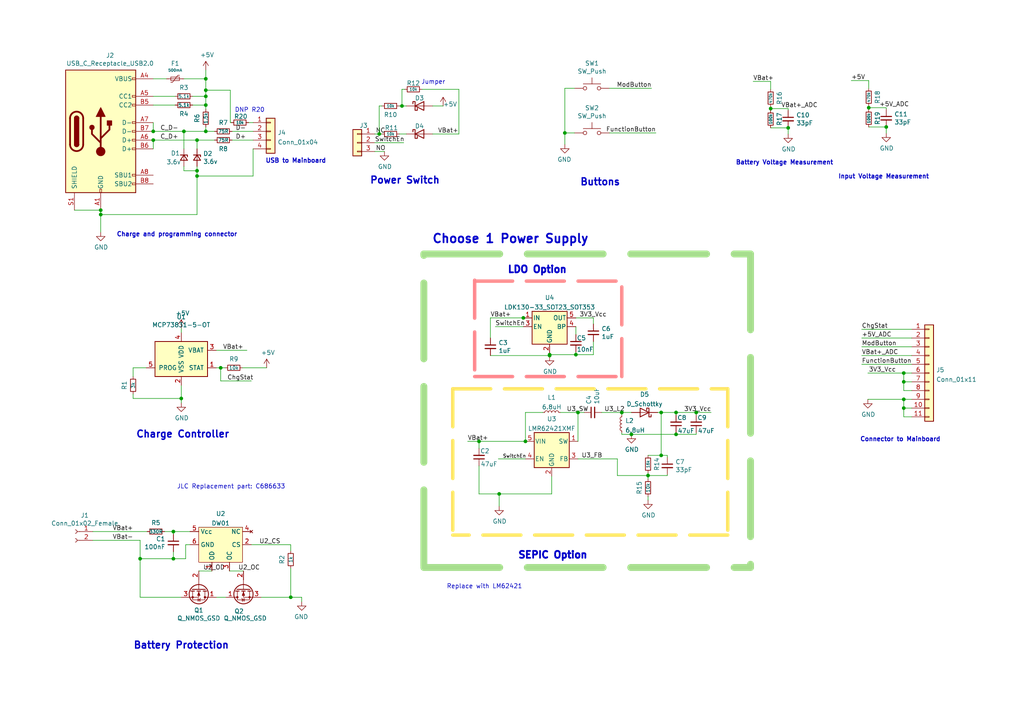
<source format=kicad_sch>
(kicad_sch (version 20210621) (generator eeschema)
  (paper "A4")
  (lib_symbols
    (symbol "Battery_Management:MCP73831-5-OT" (pin_names (offset 1.016))
      (property "Reference" "U" (at -7.62 6.35 0))
      (property "Value" "Battery_Management_MCP73831-5-OT" (at 1.27 6.35 0))
      (symbol "MCP73831-5-OT_0_1"
        (rectangle (start -7.62 5.08) (end 7.62 -5.08) (stroke (width 0.254)) (fill (type background)))
      )
      (symbol "MCP73831-5-OT_1_1"
        (pin output line (at 10.16 -2.54 180) (length 2.54) (name "STAT") (number "1"))
        (pin power_in line (at 0 -7.62 90) (length 2.54) (name "VSS") (number "2"))
        (pin power_out line (at 10.16 2.54 180) (length 2.54) (name "VBAT") (number "3"))
        (pin power_in line (at 0 7.62 270) (length 2.54) (name "VDD") (number "4"))
        (pin input line (at -10.16 -2.54 0) (length 2.54) (name "PROG") (number "5"))
      )
    )
    (symbol "Connector:Conn_01x02_Female" (pin_names (offset 1.016) hide)
      (property "Reference" "J" (at 0 2.54 0))
      (property "Value" "Connector_Conn_01x02_Female" (at 0 -5.08 0))
      (symbol "Conn_01x02_Female_1_1"
        (arc (start 0 -2.032) (mid -0.508 -2.54) (end 0 -3.048) (stroke (width 0.1524)))
        (polyline (pts (xy -1.27 -2.54) (xy -0.508 -2.54)) (stroke (width 0.1524)))
        (polyline (pts (xy -1.27 0) (xy -0.508 0)) (stroke (width 0.1524)))
        (arc (start 0 0.508) (mid -0.508 0) (end 0 -0.508) (stroke (width 0.1524)))
        (pin passive line (at -5.08 0 0) (length 3.81) (name "Pin_1") (number "1"))
        (pin passive line (at -5.08 -2.54 0) (length 3.81) (name "Pin_2") (number "2"))
      )
    )
    (symbol "Connector:USB_C_Receptacle_USB2.0" (pin_names (offset 1.016))
      (property "Reference" "J" (at -10.16 19.05 0))
      (property "Value" "Connector_USB_C_Receptacle_USB2.0" (at 19.05 19.05 0))
      (symbol "USB_C_Receptacle_USB2.0_0_0"
        (rectangle (start -0.254 -17.78) (end 0.254 -16.764))
        (rectangle (start 10.16 -14.986) (end 9.144 -15.494))
        (rectangle (start 10.16 -12.446) (end 9.144 -12.954))
        (rectangle (start 10.16 -4.826) (end 9.144 -5.334))
        (rectangle (start 10.16 -2.286) (end 9.144 -2.794))
        (rectangle (start 10.16 0.254) (end 9.144 -0.254))
        (rectangle (start 10.16 2.794) (end 9.144 2.286))
        (rectangle (start 10.16 7.874) (end 9.144 7.366))
        (rectangle (start 10.16 10.414) (end 9.144 9.906))
        (rectangle (start 10.16 15.494) (end 9.144 14.986))
      )
      (symbol "USB_C_Receptacle_USB2.0_0_1"
        (rectangle (start -10.16 17.78) (end 10.16 -17.78) (stroke (width 0.254)) (fill (type background)))
        (arc (start -8.89 -3.81) (mid -6.985 -5.715) (end -5.08 -3.81) (stroke (width 0.508)))
        (arc (start -7.62 -3.81) (mid -6.985 -4.445) (end -6.35 -3.81) (stroke (width 0.254)))
        (arc (start -7.62 -3.81) (mid -6.985 -4.445) (end -6.35 -3.81) (stroke (width 0.254)) (fill (type outline)))
        (rectangle (start -7.62 -3.81) (end -6.35 3.81) (stroke (width 0.254)) (fill (type outline)))
        (arc (start -6.35 3.81) (mid -6.985 4.445) (end -7.62 3.81) (stroke (width 0.254)))
        (arc (start -6.35 3.81) (mid -6.985 4.445) (end -7.62 3.81) (stroke (width 0.254)) (fill (type outline)))
        (arc (start -5.08 3.81) (mid -6.985 5.715) (end -8.89 3.81) (stroke (width 0.508)))
        (circle (center -2.54 1.143) (radius 0.635) (stroke (width 0.254)) (fill (type outline)))
        (circle (center 0 -5.842) (radius 1.27) (fill (type outline)))
        (polyline (pts (xy -8.89 -3.81) (xy -8.89 3.81)) (stroke (width 0.508)))
        (polyline (pts (xy -5.08 3.81) (xy -5.08 -3.81)) (stroke (width 0.508)))
        (polyline (pts (xy 0 -5.842) (xy 0 4.318)) (stroke (width 0.508)))
        (polyline (pts (xy 0 -3.302) (xy -2.54 -0.762) (xy -2.54 0.508)) (stroke (width 0.508)))
        (polyline (pts (xy 0 -2.032) (xy 2.54 0.508) (xy 2.54 1.778)) (stroke (width 0.508)))
        (polyline (pts (xy -1.27 4.318) (xy 0 6.858) (xy 1.27 4.318) (xy -1.27 4.318)) (stroke (width 0.254)) (fill (type outline)))
        (rectangle (start 1.905 1.778) (end 3.175 3.048) (stroke (width 0.254)) (fill (type outline)))
      )
      (symbol "USB_C_Receptacle_USB2.0_1_1"
        (pin passive line (at 0 -22.86 90) (length 5.08) (name "GND") (number "A1"))
        (pin passive line (at 0 -22.86 90) (length 5.08) hide (name "GND") (number "A12"))
        (pin passive line (at 15.24 15.24 180) (length 5.08) (name "VBUS") (number "A4"))
        (pin bidirectional line (at 15.24 10.16 180) (length 5.08) (name "CC1") (number "A5"))
        (pin bidirectional line (at 15.24 -2.54 180) (length 5.08) (name "D+") (number "A6"))
        (pin bidirectional line (at 15.24 2.54 180) (length 5.08) (name "D-") (number "A7"))
        (pin bidirectional line (at 15.24 -12.7 180) (length 5.08) (name "SBU1") (number "A8"))
        (pin passive line (at 15.24 15.24 180) (length 5.08) hide (name "VBUS") (number "A9"))
        (pin passive line (at 0 -22.86 90) (length 5.08) hide (name "GND") (number "B1"))
        (pin passive line (at 0 -22.86 90) (length 5.08) hide (name "GND") (number "B12"))
        (pin passive line (at 15.24 15.24 180) (length 5.08) hide (name "VBUS") (number "B4"))
        (pin bidirectional line (at 15.24 7.62 180) (length 5.08) (name "CC2") (number "B5"))
        (pin bidirectional line (at 15.24 -5.08 180) (length 5.08) (name "D+") (number "B6"))
        (pin bidirectional line (at 15.24 0 180) (length 5.08) (name "D-") (number "B7"))
        (pin bidirectional line (at 15.24 -15.24 180) (length 5.08) (name "SBU2") (number "B8"))
        (pin passive line (at 15.24 15.24 180) (length 5.08) hide (name "VBUS") (number "B9"))
        (pin passive line (at -7.62 -22.86 90) (length 5.08) (name "SHIELD") (number "S1"))
      )
    )
    (symbol "Connector_Generic:Conn_01x03" (pin_names (offset 1.016) hide)
      (property "Reference" "J" (at 0 5.08 0))
      (property "Value" "Conn_01x03" (at 0 -5.08 0))
      (symbol "Conn_01x03_1_1"
        (rectangle (start -1.27 -2.413) (end 0 -2.667) (stroke (width 0.1524)))
        (rectangle (start -1.27 0.127) (end 0 -0.127) (stroke (width 0.1524)))
        (rectangle (start -1.27 2.667) (end 0 2.413) (stroke (width 0.1524)))
        (rectangle (start -1.27 3.81) (end 1.27 -3.81) (stroke (width 0.254)) (fill (type background)))
        (pin passive line (at -5.08 2.54 0) (length 3.81) (name "Pin_1") (number "1"))
        (pin passive line (at -5.08 0 0) (length 3.81) (name "Pin_2") (number "2"))
        (pin passive line (at -5.08 -2.54 0) (length 3.81) (name "Pin_3") (number "3"))
      )
    )
    (symbol "Connector_Generic:Conn_01x04" (pin_names (offset 1.016) hide)
      (property "Reference" "J" (at 0 5.08 0))
      (property "Value" "Conn_01x04" (at 0 -7.62 0))
      (symbol "Conn_01x04_1_1"
        (rectangle (start -1.27 -4.953) (end 0 -5.207) (stroke (width 0.1524)))
        (rectangle (start -1.27 -2.413) (end 0 -2.667) (stroke (width 0.1524)))
        (rectangle (start -1.27 0.127) (end 0 -0.127) (stroke (width 0.1524)))
        (rectangle (start -1.27 2.667) (end 0 2.413) (stroke (width 0.1524)))
        (rectangle (start -1.27 3.81) (end 1.27 -6.35) (stroke (width 0.254)) (fill (type background)))
        (pin passive line (at -5.08 2.54 0) (length 3.81) (name "Pin_1") (number "1"))
        (pin passive line (at -5.08 0 0) (length 3.81) (name "Pin_2") (number "2"))
        (pin passive line (at -5.08 -2.54 0) (length 3.81) (name "Pin_3") (number "3"))
        (pin passive line (at -5.08 -5.08 0) (length 3.81) (name "Pin_4") (number "4"))
      )
    )
    (symbol "Connector_Generic:Conn_01x11" (pin_names (offset 1.016) hide)
      (property "Reference" "J" (at 0 15.24 0))
      (property "Value" "Conn_01x11" (at 0 -15.24 0))
      (symbol "Conn_01x11_1_1"
        (rectangle (start -1.27 -12.573) (end 0 -12.827) (stroke (width 0.1524)))
        (rectangle (start -1.27 -10.033) (end 0 -10.287) (stroke (width 0.1524)))
        (rectangle (start -1.27 -7.493) (end 0 -7.747) (stroke (width 0.1524)))
        (rectangle (start -1.27 -4.953) (end 0 -5.207) (stroke (width 0.1524)))
        (rectangle (start -1.27 -2.413) (end 0 -2.667) (stroke (width 0.1524)))
        (rectangle (start -1.27 0.127) (end 0 -0.127) (stroke (width 0.1524)))
        (rectangle (start -1.27 2.667) (end 0 2.413) (stroke (width 0.1524)))
        (rectangle (start -1.27 5.207) (end 0 4.953) (stroke (width 0.1524)))
        (rectangle (start -1.27 7.747) (end 0 7.493) (stroke (width 0.1524)))
        (rectangle (start -1.27 10.287) (end 0 10.033) (stroke (width 0.1524)))
        (rectangle (start -1.27 12.827) (end 0 12.573) (stroke (width 0.1524)))
        (rectangle (start -1.27 13.97) (end 1.27 -13.97) (stroke (width 0.254)) (fill (type background)))
        (pin passive line (at -5.08 12.7 0) (length 3.81) (name "Pin_1") (number "1"))
        (pin passive line (at -5.08 -10.16 0) (length 3.81) (name "Pin_10") (number "10"))
        (pin passive line (at -5.08 -12.7 0) (length 3.81) (name "Pin_11") (number "11"))
        (pin passive line (at -5.08 10.16 0) (length 3.81) (name "Pin_2") (number "2"))
        (pin passive line (at -5.08 7.62 0) (length 3.81) (name "Pin_3") (number "3"))
        (pin passive line (at -5.08 5.08 0) (length 3.81) (name "Pin_4") (number "4"))
        (pin passive line (at -5.08 2.54 0) (length 3.81) (name "Pin_5") (number "5"))
        (pin passive line (at -5.08 0 0) (length 3.81) (name "Pin_6") (number "6"))
        (pin passive line (at -5.08 -2.54 0) (length 3.81) (name "Pin_7") (number "7"))
        (pin passive line (at -5.08 -5.08 0) (length 3.81) (name "Pin_8") (number "8"))
        (pin passive line (at -5.08 -7.62 0) (length 3.81) (name "Pin_9") (number "9"))
      )
    )
    (symbol "Device:C_Small" (pin_numbers hide) (pin_names (offset 0.254) hide)
      (property "Reference" "C" (at 0.254 1.778 0))
      (property "Value" "Device_C_Small" (at 0.254 -2.032 0))
      (symbol "C_Small_0_1"
        (polyline (pts (xy -1.524 -0.508) (xy 1.524 -0.508)) (stroke (width 0.3302)))
        (polyline (pts (xy -1.524 0.508) (xy 1.524 0.508)) (stroke (width 0.3048)))
      )
      (symbol "C_Small_1_1"
        (pin passive line (at 0 2.54 270) (length 2.032) (name "~") (number "1"))
        (pin passive line (at 0 -2.54 90) (length 2.032) (name "~") (number "2"))
      )
    )
    (symbol "Device:D_Schottky" (pin_numbers hide) (pin_names (offset 1.016) hide)
      (property "Reference" "D" (at 0 2.54 0))
      (property "Value" "D_Schottky" (at 0 -2.54 0))
      (symbol "D_Schottky_0_1"
        (polyline (pts (xy 1.27 0) (xy -1.27 0)))
        (polyline (pts (xy 1.27 1.27) (xy 1.27 -1.27) (xy -1.27 0) (xy 1.27 1.27)) (stroke (width 0.254)))
        (polyline (pts (xy -1.905 0.635) (xy -1.905 1.27) (xy -1.27 1.27) (xy -1.27 -1.27) (xy -0.635 -1.27) (xy -0.635 -0.635)) (stroke (width 0.254)))
      )
      (symbol "D_Schottky_1_1"
        (pin passive line (at -3.81 0 0) (length 2.54) (name "K") (number "1"))
        (pin passive line (at 3.81 0 180) (length 2.54) (name "A") (number "2"))
      )
    )
    (symbol "Device:D_Zener_Small" (pin_numbers hide) (pin_names (offset 0.254) hide)
      (property "Reference" "D" (at 0 2.286 0))
      (property "Value" "Device_D_Zener_Small" (at 0 -2.286 0))
      (symbol "D_Zener_Small_0_1"
        (polyline (pts (xy 0.762 0) (xy -0.762 0)))
        (polyline (pts (xy -0.254 1.016) (xy -0.762 1.016) (xy -0.762 -1.016)) (stroke (width 0.254)))
        (polyline (pts (xy 0.762 1.016) (xy -0.762 0) (xy 0.762 -1.016) (xy 0.762 1.016)) (stroke (width 0.254)))
      )
      (symbol "D_Zener_Small_1_1"
        (pin passive line (at -2.54 0 0) (length 1.778) (name "K") (number "1"))
        (pin passive line (at 2.54 0 180) (length 1.778) (name "A") (number "2"))
      )
    )
    (symbol "Device:L_Small" (pin_numbers hide) (pin_names (offset 0.254) hide)
      (property "Reference" "L" (at 0.762 1.016 0))
      (property "Value" "L_Small" (at 0.762 -1.016 0))
      (symbol "L_Small_0_1"
        (arc (start 0 -2.032) (mid 0.508 -1.524) (end 0 -1.016))
        (arc (start 0 -1.016) (mid 0.508 -0.508) (end 0 0))
        (arc (start 0 0) (mid 0.508 0.508) (end 0 1.016))
        (arc (start 0 1.016) (mid 0.508 1.524) (end 0 2.032))
      )
      (symbol "L_Small_1_1"
        (pin passive line (at 0 2.54 270) (length 0.508) (name "~") (number "1"))
        (pin passive line (at 0 -2.54 90) (length 0.508) (name "~") (number "2"))
      )
    )
    (symbol "Device:Polyfuse_Small" (pin_numbers hide) (pin_names (offset 0))
      (property "Reference" "F" (at -1.905 0 90))
      (property "Value" "Device_Polyfuse_Small" (at 1.905 0 90))
      (symbol "Polyfuse_Small_0_1"
        (rectangle (start -0.508 1.27) (end 0.508 -1.27))
        (polyline (pts (xy 0 2.54) (xy 0 -2.54)))
        (polyline (pts (xy -1.016 1.27) (xy -1.016 0.762) (xy 1.016 -0.762) (xy 1.016 -1.27)))
      )
      (symbol "Polyfuse_Small_1_1"
        (pin passive line (at 0 2.54 270) (length 0.635) (name "~") (number "1"))
        (pin passive line (at 0 -2.54 90) (length 0.635) (name "~") (number "2"))
      )
    )
    (symbol "Device:Q_NMOS_DGS" (pin_names (offset 0) hide)
      (property "Reference" "Q" (at 5.08 1.27 0))
      (property "Value" "Device_Q_NMOS_DGS" (at 5.08 -1.27 0))
      (symbol "Q_NMOS_DGS_0_1"
        (polyline (pts (xy 0.254 0) (xy -2.54 0)))
        (polyline (pts (xy 0.254 1.905) (xy 0.254 -1.905)) (stroke (width 0.254)))
        (polyline (pts (xy 0.762 -1.27) (xy 0.762 -2.286)) (stroke (width 0.254)))
        (polyline (pts (xy 0.762 0.508) (xy 0.762 -0.508)) (stroke (width 0.254)))
        (polyline (pts (xy 0.762 2.286) (xy 0.762 1.27)) (stroke (width 0.254)))
        (polyline (pts (xy 2.54 2.54) (xy 2.54 1.778)))
        (polyline (pts (xy 2.54 -2.54) (xy 2.54 0) (xy 0.762 0)))
        (polyline (pts (xy 0.762 -1.778) (xy 3.302 -1.778) (xy 3.302 1.778) (xy 0.762 1.778)))
        (polyline (pts (xy 1.016 0) (xy 2.032 0.381) (xy 2.032 -0.381) (xy 1.016 0)) (fill (type outline)))
        (polyline (pts (xy 2.794 0.508) (xy 2.921 0.381) (xy 3.683 0.381) (xy 3.81 0.254)))
        (polyline (pts (xy 3.302 0.381) (xy 2.921 -0.254) (xy 3.683 -0.254) (xy 3.302 0.381)))
        (circle (center 1.651 0) (radius 2.794) (stroke (width 0.254)))
        (circle (center 2.54 -1.778) (radius 0.254) (fill (type outline)))
        (circle (center 2.54 1.778) (radius 0.254) (fill (type outline)))
      )
      (symbol "Q_NMOS_DGS_1_1"
        (pin passive line (at 2.54 5.08 270) (length 2.54) (name "D") (number "1"))
        (pin input line (at -5.08 0 0) (length 2.54) (name "G") (number "2"))
        (pin passive line (at 2.54 -5.08 90) (length 2.54) (name "S") (number "3"))
      )
    )
    (symbol "Device:R_Small" (pin_numbers hide) (pin_names (offset 0.254) hide)
      (property "Reference" "R" (at 0.762 0.508 0))
      (property "Value" "Device_R_Small" (at 0.762 -1.016 0))
      (symbol "R_Small_0_1"
        (rectangle (start -0.762 1.778) (end 0.762 -1.778) (stroke (width 0.2032)))
      )
      (symbol "R_Small_1_1"
        (pin passive line (at 0 2.54 270) (length 0.762) (name "~") (number "1"))
        (pin passive line (at 0 -2.54 90) (length 0.762) (name "~") (number "2"))
      )
    )
    (symbol "Regulator_Linear:LDK130-33_SOT23_SOT353" (pin_names (offset 0.254))
      (property "Reference" "U" (at -3.81 5.715 0))
      (property "Value" "LDK130-33_SOT23_SOT353" (at 0 5.715 0))
      (symbol "LDK130-33_SOT23_SOT353_0_1"
        (rectangle (start -5.08 4.445) (end 5.08 -5.08) (stroke (width 0.254)) (fill (type background)))
      )
      (symbol "LDK130-33_SOT23_SOT353_1_1"
        (pin power_in line (at -7.62 2.54 0) (length 2.54) (name "IN") (number "1"))
        (pin power_in line (at 0 -7.62 90) (length 2.54) (name "GND") (number "2"))
        (pin input line (at -7.62 0 0) (length 2.54) (name "EN") (number "3"))
        (pin passive line (at 7.62 0 180) (length 2.54) (name "BP") (number "4"))
        (pin power_out line (at 7.62 2.54 180) (length 2.54) (name "OUT") (number "5"))
      )
    )
    (symbol "Regulator_Switching:LMR62421XMF" (pin_names (offset 0.254))
      (property "Reference" "U" (at -5.08 6.35 0))
      (property "Value" "LMR62421XMF" (at 0 6.35 0))
      (symbol "LMR62421XMF_0_1"
        (rectangle (start -5.08 5.08) (end 5.08 -5.08) (stroke (width 0.254)) (fill (type background)))
      )
      (symbol "LMR62421XMF_1_1"
        (pin output line (at 7.62 2.54 180) (length 2.54) (name "SW") (number "1"))
        (pin power_in line (at 0 -7.62 90) (length 2.54) (name "GND") (number "2"))
        (pin input line (at 7.62 -2.54 180) (length 2.54) (name "FB") (number "3"))
        (pin input line (at -7.62 -2.54 0) (length 2.54) (name "EN") (number "4"))
        (pin input line (at -7.62 2.54 0) (length 2.54) (name "VIN") (number "5"))
      )
    )
    (symbol "Switch:SW_Push" (pin_numbers hide) (pin_names (offset 1.016) hide)
      (property "Reference" "SW" (at 1.27 2.54 0))
      (property "Value" "Switch_SW_Push" (at 0 -1.524 0))
      (symbol "SW_Push_0_1"
        (circle (center -2.032 0) (radius 0.508))
        (polyline (pts (xy 0 1.27) (xy 0 3.048)))
        (polyline (pts (xy 2.54 1.27) (xy -2.54 1.27)))
        (circle (center 2.032 0) (radius 0.508))
        (pin passive line (at -5.08 0 0) (length 2.54) (name "1") (number "1"))
        (pin passive line (at 5.08 0 180) (length 2.54) (name "2") (number "2"))
      )
    )
    (symbol "TheKnobLib:DW01"
      (property "Reference" "U" (at 3.81 1.27 0))
      (property "Value" "DW01" (at -3.81 1.27 0))
      (symbol "DW01_0_1"
        (rectangle (start -6.35 0) (end 6.35 -10.16) (stroke (width 0.1524)) (fill (type background)))
      )
      (symbol "DW01_1_1"
        (pin output line (at -2.54 -12.7 90) (length 2.54) (name "OD") (number "1"))
        (pin input line (at 8.89 -5.08 180) (length 2.54) (name "CS") (number "2"))
        (pin output line (at 2.54 -12.7 90) (length 2.54) (name "OC") (number "3"))
        (pin no_connect line (at 8.89 -1.27 180) (length 2.54) (name "NC") (number "4"))
        (pin power_in line (at -8.89 -1.27 0) (length 2.54) (name "Vcc") (number "5"))
        (pin power_out line (at -8.89 -5.08 0) (length 2.54) (name "GND") (number "6"))
      )
    )
    (symbol "power:+5V" (power) (pin_names (offset 0))
      (property "Value" "power_+5V" (at 0 3.556 0))
      (symbol "+5V_0_1"
        (polyline (pts (xy -0.762 1.27) (xy 0 2.54)))
        (polyline (pts (xy 0 0) (xy 0 2.54)))
        (polyline (pts (xy 0 2.54) (xy 0.762 1.27)))
      )
      (symbol "+5V_1_1"
        (pin power_in line (at 0 0 90) (length 0) hide (name "+5V") (number "1"))
      )
    )
    (symbol "power:GND" (power) (pin_names (offset 0))
      (property "Value" "power_GND" (at 0 -3.81 0))
      (symbol "GND_0_1"
        (polyline (pts (xy 0 0) (xy 0 -1.27) (xy 1.27 -1.27) (xy 0 -2.54) (xy -1.27 -1.27) (xy 0 -1.27)))
      )
      (symbol "GND_1_1"
        (pin power_in line (at 0 0 270) (length 0) hide (name "GND") (number "1"))
      )
    )
  )
  (junction (at 138.938 128.016))
  (junction (at 57.15 49.53))
  (junction (at 29.21 60.96))
  (junction (at 167.64 119.634))
  (junction (at 196.088 125.984))
  (junction (at 201.93 119.634))
  (junction (at 262.128 108.204))
  (junction (at 223.52 31.496))
  (junction (at 59.69 26.162))
  (junction (at 29.21 62.23))
  (junction (at 191.77 132.08))
  (junction (at 163.8263 38.5581))
  (junction (at 191.77 119.634))
  (junction (at 84.328 173.228))
  (junction (at 44.45 40.64))
  (junction (at 59.69 27.94))
  (junction (at 44.45 38.1))
  (junction (at 187.96 137.922))
  (junction (at 53.34 38.1))
  (junction (at 152.4 128.016))
  (junction (at 57.15 40.64))
  (junction (at 144.78 143.256))
  (junction (at 59.69 30.48))
  (junction (at 159.41 103.124))
  (junction (at 59.69 22.86))
  (junction (at 50.292 154.178))
  (junction (at 167.03 102.87))
  (junction (at 251.968 31.242))
  (junction (at 50.292 162.052))
  (junction (at 52.578 115.57))
  (junction (at 64.008 106.68))
  (junction (at 262.128 110.744))
  (junction (at 180.34 119.634))
  (junction (at 116.586 30.734))
  (junction (at 59.69 38.1))
  (junction (at 257.048 36.83))
  (junction (at 40.64 162.052))
  (junction (at 262.128 115.824))
  (junction (at 262.128 118.364))
  (junction (at 196.088 119.634))
  (junction (at 109.982 38.862))
  (junction (at 151.79 92.202))
  (junction (at 57.15 51.054))
  (junction (at 228.6 37.084))
  (junction (at 159.41 102.87))
  (junction (at 183.134 125.984))
  (wire (pts (xy 190.2423 38.5581) (xy 176.7803 38.5581)))
  (wire (pts (xy 249.936 100.584) (xy 264.414 100.584)))
  (wire (pts (xy 172.11 92.202) (xy 172.11 93.98)))
  (wire (pts (xy 67.31 38.1) (xy 73.406 38.1)))
  (wire (pts (xy 151.79 92.202) (xy 151.7904 92.202)))
  (wire (pts (xy 142.24 92.202) (xy 151.79 92.202)))
  (wire (pts (xy 251.968 31.242) (xy 251.968 31.75)))
  (wire (pts (xy 29.21 62.23) (xy 57.15 62.23)))
  (wire (pts (xy 167.03 94.742) (xy 167.03 97.028)))
  (wire (pts (xy 172.11 99.06) (xy 172.11 102.87)))
  (wire (pts (xy 50.292 160.02) (xy 50.292 162.052)))
  (wire (pts (xy 138.938 128.016) (xy 152.4 128.016)))
  (wire (pts (xy 138.938 128.016) (xy 138.938 130.048)))
  (wire (pts (xy 257.048 31.242) (xy 257.048 31.75)))
  (wire (pts (xy 144.78 143.256) (xy 144.78 146.812)))
  (wire (pts (xy 40.64 173.228) (xy 52.578 173.228)))
  (wire (pts (xy 50.292 154.178) (xy 47.752 154.178)))
  (wire (pts (xy 262.128 108.204) (xy 264.414 108.204)))
  (wire (pts (xy 251.714 108.204) (xy 262.128 108.204)))
  (polyline (pts (xy 131.318 112.776) (xy 211.074 112.776)) (stroke (width 1) (color 255 227 100 1)))
  (polyline (pts (xy 211.074 155.194) (xy 131.318 155.194)) (stroke (width 1) (color 255 227 100 1)))
  (polyline (pts (xy 211.074 112.776) (xy 211.074 155.194)) (stroke (width 1) (color 255 227 100 1)))
  (polyline (pts (xy 131.318 112.776) (xy 131.318 155.194)) (stroke (width 1) (color 255 227 100 1)))
  (wire (pts (xy 57.658 165.608) (xy 61.468 165.608)))
  (wire (pts (xy 44.45 40.64) (xy 57.15 40.64)))
  (wire (pts (xy 72.898 157.988) (xy 84.328 157.988)))
  (wire (pts (xy 115.824 38.862) (xy 117.856 38.862)))
  (wire (pts (xy 42.418 106.68) (xy 38.608 106.68)))
  (wire (pts (xy 84.328 173.228) (xy 84.328 164.846)))
  (wire (pts (xy 116.586 25.908) (xy 116.586 30.734)))
  (wire (pts (xy 223.52 31.496) (xy 228.6 31.496)))
  (wire (pts (xy 228.6 31.496) (xy 228.6 32.004)))
  (wire (pts (xy 172.11 102.87) (xy 167.03 102.87)))
  (wire (pts (xy 21.59 60.96) (xy 29.21 60.96)))
  (wire (pts (xy 262.128 113.284) (xy 264.414 113.284)))
  (wire (pts (xy 262.128 110.744) (xy 262.128 113.284)))
  (wire (pts (xy 75.692 173.228) (xy 84.328 173.228)))
  (wire (pts (xy 135.636 128.016) (xy 138.938 128.016)))
  (wire (pts (xy 257.048 36.83) (xy 257.048 38.608)))
  (wire (pts (xy 167.03 92.202) (xy 172.11 92.202)))
  (wire (pts (xy 50.292 154.178) (xy 55.118 154.178)))
  (wire (pts (xy 187.96 137.922) (xy 187.96 138.938)))
  (wire (pts (xy 187.96 144.018) (xy 187.96 145.034)))
  (wire (pts (xy 188.9723 25.6041) (xy 176.7803 25.6041)))
  (wire (pts (xy 251.968 36.83) (xy 257.048 36.83)))
  (wire (pts (xy 59.69 36.83) (xy 59.69 38.1)))
  (wire (pts (xy 50.8 27.94) (xy 44.45 27.94)))
  (wire (pts (xy 142.24 103.124) (xy 159.41 103.124)))
  (wire (pts (xy 223.52 30.988) (xy 223.52 31.496)))
  (wire (pts (xy 223.52 31.496) (xy 223.52 32.004)))
  (wire (pts (xy 201.93 120.396) (xy 201.93 119.634)))
  (wire (pts (xy 264.414 120.904) (xy 262.128 120.904)))
  (wire (pts (xy 262.128 120.904) (xy 262.128 118.364)))
  (wire (pts (xy 251.968 31.242) (xy 257.048 31.242)))
  (wire (pts (xy 59.69 30.48) (xy 59.69 27.94)))
  (wire (pts (xy 64.008 106.68) (xy 65.278 106.68)))
  (wire (pts (xy 40.64 162.052) (xy 50.292 162.052)))
  (wire (pts (xy 251.968 23.368) (xy 251.968 25.654)))
  (polyline (pts (xy 122.936 73.66) (xy 217.678 73.66)) (stroke (width 2) (color 167 222 142 1)))
  (polyline (pts (xy 122.936 164.592) (xy 217.678 164.592)) (stroke (width 2) (color 167 222 142 1)))
  (polyline (pts (xy 217.678 73.66) (xy 217.678 164.592)) (stroke (width 2) (color 167 222 142 1)))
  (polyline (pts (xy 122.936 164.084) (xy 122.936 73.66)) (stroke (width 2) (color 167 222 142 1)))
  (wire (pts (xy 57.15 40.64) (xy 62.23 40.64)))
  (wire (pts (xy 64.008 106.68) (xy 64.008 110.49)))
  (polyline (pts (xy 137.668 81.534) (xy 180.34 81.534)) (stroke (width 1) (color 255 139 141 1)))
  (polyline (pts (xy 137.668 109.22) (xy 180.34 109.22)) (stroke (width 1) (color 255 135 141 1)))
  (polyline (pts (xy 180.34 109.22) (xy 180.34 81.534)) (stroke (width 1) (color 255 139 141 1)))
  (polyline (pts (xy 137.668 81.28) (xy 137.668 109.22)) (stroke (width 1) (color 255 135 141 1)))
  (wire (pts (xy 72.136 35.56) (xy 73.406 35.56)))
  (wire (pts (xy 191.77 119.634) (xy 191.77 132.08)))
  (wire (pts (xy 142.24 92.202) (xy 142.24 98.044)))
  (wire (pts (xy 143.662 94.742) (xy 151.79 94.742)))
  (wire (pts (xy 262.128 115.824) (xy 264.414 115.824)))
  (wire (pts (xy 251.714 115.824) (xy 262.128 115.824)))
  (wire (pts (xy 55.88 30.48) (xy 59.69 30.48)))
  (wire (pts (xy 174.498 119.634) (xy 180.34 119.634)))
  (wire (pts (xy 52.578 96.52) (xy 52.578 95.25)))
  (wire (pts (xy 53.34 48.26) (xy 53.34 49.53)))
  (wire (pts (xy 53.34 22.86) (xy 59.69 22.86)))
  (wire (pts (xy 157.48 119.634) (xy 152.4 119.634)))
  (wire (pts (xy 152.4 119.634) (xy 152.4 128.016)))
  (wire (pts (xy 57.15 51.054) (xy 57.15 49.53)))
  (wire (pts (xy 57.15 62.23) (xy 57.15 51.054)))
  (wire (pts (xy 73.406 51.054) (xy 57.15 51.054)))
  (wire (pts (xy 73.406 43.18) (xy 73.406 51.054)))
  (wire (pts (xy 187.96 137.922) (xy 179.07 137.922)))
  (wire (pts (xy 48.26 22.86) (xy 44.45 22.86)))
  (wire (pts (xy 62.738 101.6) (xy 71.628 101.6)))
  (wire (pts (xy 249.936 98.044) (xy 264.414 98.044)))
  (wire (pts (xy 59.69 38.1) (xy 53.34 38.1)))
  (wire (pts (xy 29.21 67.31) (xy 29.21 62.23)))
  (wire (pts (xy 53.34 43.18) (xy 53.34 38.1)))
  (wire (pts (xy 52.578 111.76) (xy 52.578 115.57)))
  (wire (pts (xy 66.802 26.162) (xy 59.69 26.162)))
  (wire (pts (xy 66.802 35.56) (xy 66.802 26.162)))
  (wire (pts (xy 249.936 103.124) (xy 264.414 103.124)))
  (wire (pts (xy 84.328 173.228) (xy 87.503 173.228)))
  (wire (pts (xy 179.07 133.096) (xy 179.07 137.922)))
  (wire (pts (xy 167.64 133.096) (xy 179.07 133.096)))
  (wire (pts (xy 138.938 143.256) (xy 144.78 143.256)))
  (wire (pts (xy 57.15 49.53) (xy 57.15 48.26)))
  (wire (pts (xy 180.34 120.396) (xy 180.34 119.634)))
  (wire (pts (xy 166.6203 38.5581) (xy 163.8263 38.5581)))
  (wire (pts (xy 59.69 26.162) (xy 59.69 22.86)))
  (wire (pts (xy 59.69 27.94) (xy 59.69 26.162)))
  (wire (pts (xy 108.712 43.942) (xy 111.506 43.942)))
  (wire (pts (xy 159.41 103.124) (xy 159.41 103.378)))
  (wire (pts (xy 159.41 102.362) (xy 159.41 102.87)))
  (wire (pts (xy 159.41 102.87) (xy 159.41 103.124)))
  (wire (pts (xy 190.754 119.634) (xy 191.77 119.634)))
  (wire (pts (xy 196.088 119.634) (xy 196.088 120.396)))
  (wire (pts (xy 191.77 119.634) (xy 196.088 119.634)))
  (wire (pts (xy 62.23 38.1) (xy 59.69 38.1)))
  (wire (pts (xy 223.52 23.622) (xy 223.52 25.908)))
  (wire (pts (xy 218.44 23.622) (xy 223.52 23.622)))
  (wire (pts (xy 180.34 125.984) (xy 180.34 125.476)))
  (wire (pts (xy 183.134 125.984) (xy 180.34 125.984)))
  (wire (pts (xy 53.34 49.53) (xy 57.15 49.53)))
  (wire (pts (xy 59.69 31.75) (xy 59.69 30.48)))
  (wire (pts (xy 125.476 38.862) (xy 133.096 38.862)))
  (wire (pts (xy 50.292 154.94) (xy 50.292 154.178)))
  (wire (pts (xy 196.088 119.634) (xy 201.93 119.634)))
  (wire (pts (xy 201.93 119.634) (xy 206.248 119.634)))
  (wire (pts (xy 167.03 102.108) (xy 167.03 102.87)))
  (wire (pts (xy 144.526 133.096) (xy 152.4 133.096)))
  (wire (pts (xy 67.31 40.64) (xy 73.406 40.64)))
  (wire (pts (xy 160.02 143.256) (xy 160.02 138.176)))
  (wire (pts (xy 40.64 162.052) (xy 40.64 173.228)))
  (wire (pts (xy 40.64 156.718) (xy 40.64 162.052)))
  (wire (pts (xy 264.414 110.744) (xy 262.128 110.744)))
  (wire (pts (xy 262.128 110.744) (xy 262.128 108.204)))
  (wire (pts (xy 67.056 35.56) (xy 66.802 35.56)))
  (wire (pts (xy 62.738 106.68) (xy 64.008 106.68)))
  (wire (pts (xy 249.936 95.504) (xy 264.414 95.504)))
  (wire (pts (xy 55.88 27.94) (xy 59.69 27.94)))
  (wire (pts (xy 64.008 110.49) (xy 72.898 110.49)))
  (wire (pts (xy 223.52 37.084) (xy 228.6 37.084)))
  (wire (pts (xy 228.6 37.084) (xy 228.6 38.862)))
  (wire (pts (xy 38.608 114.3) (xy 38.608 115.57)))
  (wire (pts (xy 57.15 43.18) (xy 57.15 40.64)))
  (wire (pts (xy 52.578 116.84) (xy 52.578 115.57)))
  (wire (pts (xy 26.924 154.178) (xy 42.672 154.178)))
  (wire (pts (xy 59.69 22.86) (xy 59.69 20.32)))
  (wire (pts (xy 246.888 23.368) (xy 251.968 23.368)))
  (wire (pts (xy 125.476 30.734) (xy 128.524 30.734)))
  (wire (pts (xy 70.358 106.68) (xy 77.343 106.68)))
  (wire (pts (xy 108.712 41.402) (xy 117.094 41.402)))
  (wire (pts (xy 138.938 135.128) (xy 138.938 143.256)))
  (wire (pts (xy 249.936 105.664) (xy 264.414 105.664)))
  (wire (pts (xy 264.414 118.364) (xy 262.128 118.364)))
  (wire (pts (xy 262.128 118.364) (xy 262.128 115.824)))
  (wire (pts (xy 159.41 102.87) (xy 167.03 102.87)))
  (wire (pts (xy 187.96 132.08) (xy 191.77 132.08)))
  (wire (pts (xy 191.77 132.08) (xy 193.548 132.08)))
  (wire (pts (xy 66.548 165.608) (xy 70.612 165.608)))
  (wire (pts (xy 53.34 38.1) (xy 44.45 38.1)))
  (wire (pts (xy 108.712 38.862) (xy 109.982 38.862)))
  (wire (pts (xy 109.982 38.862) (xy 110.744 38.862)))
  (wire (pts (xy 187.96 137.922) (xy 193.548 137.922)))
  (wire (pts (xy 62.738 173.228) (xy 65.532 173.228)))
  (wire (pts (xy 110.744 30.734) (xy 109.982 30.734)))
  (wire (pts (xy 109.982 30.734) (xy 109.982 38.862)))
  (wire (pts (xy 53.848 162.052) (xy 50.292 162.052)))
  (wire (pts (xy 53.848 157.988) (xy 53.848 162.052)))
  (wire (pts (xy 55.118 157.988) (xy 53.848 157.988)))
  (wire (pts (xy 193.548 132.588) (xy 193.548 132.08)))
  (wire (pts (xy 122.428 25.908) (xy 133.096 25.908)))
  (wire (pts (xy 133.096 25.908) (xy 133.096 38.862)))
  (wire (pts (xy 116.586 25.908) (xy 117.348 25.908)))
  (wire (pts (xy 26.924 156.718) (xy 40.64 156.718)))
  (wire (pts (xy 187.96 137.16) (xy 187.96 137.922)))
  (wire (pts (xy 201.93 125.984) (xy 196.088 125.984)))
  (wire (pts (xy 201.93 125.476) (xy 201.93 125.984)))
  (wire (pts (xy 84.328 159.766) (xy 84.328 157.988)))
  (wire (pts (xy 180.34 119.634) (xy 183.134 119.634)))
  (wire (pts (xy 167.64 119.634) (xy 167.64 128.016)))
  (wire (pts (xy 116.586 30.734) (xy 117.856 30.734)))
  (wire (pts (xy 115.824 30.734) (xy 116.586 30.734)))
  (wire (pts (xy 38.608 106.68) (xy 38.608 109.22)))
  (wire (pts (xy 29.21 62.23) (xy 29.21 60.96)))
  (wire (pts (xy 87.503 174.498) (xy 87.503 173.228)))
  (wire (pts (xy 193.548 137.922) (xy 193.548 137.668)))
  (wire (pts (xy 167.64 119.634) (xy 169.418 119.634)))
  (wire (pts (xy 162.56 119.634) (xy 167.64 119.634)))
  (wire (pts (xy 251.968 30.734) (xy 251.968 31.242)))
  (wire (pts (xy 163.8263 38.5581) (xy 163.8263 41.8601)))
  (wire (pts (xy 163.8263 25.6041) (xy 163.8263 38.5581)))
  (wire (pts (xy 163.8263 25.6041) (xy 166.6203 25.6041)))
  (wire (pts (xy 144.78 143.256) (xy 160.02 143.256)))
  (wire (pts (xy 44.45 30.48) (xy 50.8 30.48)))
  (wire (pts (xy 44.45 35.56) (xy 44.45 38.1)))
  (wire (pts (xy 183.134 125.984) (xy 196.088 125.984)))
  (wire (pts (xy 196.088 125.476) (xy 196.088 125.984)))
  (wire (pts (xy 38.608 115.57) (xy 52.578 115.57)))
  (wire (pts (xy 44.45 43.18) (xy 44.45 40.64)))
  (text "USB to Mainboard" (at 76.962 47.498 0) (effects (font (size 1.27 1.27) bold) (justify left bottom)))
  (text "LDO Option" (at 147.066 79.502 0) (effects (font (size 2 2) (thickness 0.5) bold) (justify left bottom)))
  (text "Connector to Mainboard" (at 249.428 128.27 0) (effects (font (size 1.27 1.27) bold) (justify left bottom)))
  (text "Charge and programming connector" (at 33.782 68.834 0) (effects (font (size 1.27 1.27) bold) (justify left bottom)))
  (text "Power Switch" (at 107.188 53.594 0) (effects (font (size 2 2) bold) (justify left bottom)))
  (text "Input Voltage Measurement" (at 243.078 52.07 0) (effects (font (size 1.27 1.27) bold) (justify left bottom)))
  (text "Replace with LM62421" (at 129.54 170.942 0) (effects (font (size 1.27 1.27)) (justify left bottom)))
  (text "Charge Controller" (at 39.37 127.254 0) (effects (font (size 2 2) bold) (justify left bottom)))
  (text "Battery Protection" (at 38.608 188.468 0) (effects (font (size 2 2) (thickness 0.4) bold) (justify left bottom)))
  (text "DNP R20" (at 68.072 32.766 0) (effects (font (size 1.27 1.27)) (justify left bottom)))
  (text "Jumper" (at 122.174 24.638 0) (effects (font (size 1.27 1.27)) (justify left bottom)))
  (text "Choose 1 Power Supply" (at 125.222 70.866 0) (effects (font (size 2.5 2.5) (thickness 0.5) bold) (justify left bottom)))
  (text "SEPIC Option" (at 150.114 162.306 0) (effects (font (size 2 2) (thickness 0.5) bold) (justify left bottom)))
  (text "JLC Replacement part: C686633" (at 51.308 141.986 0) (effects (font (size 1.27 1.27)) (justify left bottom)))
  (text "Buttons" (at 168.148 54.102 0) (effects (font (size 2 2) bold) (justify left bottom)))
  (text "Battery Voltage Measurement" (at 213.36 48.006 0) (effects (font (size 1.27 1.27) bold) (justify left bottom)))
  (label "ChgStat" (at 249.936 95.504 0))
  (label "ModButton" (at 188.9723 25.6041 180))
  (label "3V3_Vcc" (at 168.046 92.202 0))
  (label "D+" (at 68.326 40.64 0))
  (label "FunctionButton" (at 190.2423 38.5581 180))
  (label "SwitchEn" (at 145.796 133.096 0) (effects (font (size 1 1))))
  (label "U2_OD" (at 58.928 165.608 0))
  (label "VBat+" (at 32.639 154.178 0))
  (label "SwitchEn" (at 108.712 41.402 0))
  (label "D-" (at 68.326 38.1 0))
  (label "SwitchEn" (at 143.662 94.742 0))
  (label "U2_OC" (at 69.088 165.608 0))
  (label "VBat-" (at 32.639 156.718 0))
  (label "VBat+" (at 135.636 128.016 0))
  (label "+5V_ADC" (at 249.936 98.044 0))
  (label "NC" (at 108.966 38.862 0))
  (label "C_D+" (at 46.482 40.64 0))
  (label "VBat+_ADC" (at 249.936 103.124 0))
  (label "+5V_ADC" (at 255.016 31.242 0))
  (label "VBat+" (at 142.24 92.202 0))
  (label "U3_L2" (at 175.26 119.634 0))
  (label "ChgStat" (at 65.913 110.49 0))
  (label "C_D-" (at 46.482 38.1 0))
  (label "FunctionButton" (at 249.936 105.664 0))
  (label "U2_CS" (at 75.184 157.988 0))
  (label "3V3_Vcc" (at 198.374 119.634 0))
  (label "VBat+" (at 64.643 101.6 0))
  (label "U3_SW" (at 164.338 119.634 0))
  (label "ModButton" (at 249.936 100.584 0))
  (label "3V3_Vcc" (at 251.968 108.204 0))
  (label "VBat+" (at 127 38.862 0))
  (label "U3_FB" (at 168.656 133.096 0))
  (label "VBat+" (at 218.44 23.622 0))
  (label "+5V" (at 246.888 23.368 0))
  (label "NO" (at 108.966 43.942 0))
  (label "VBat+_ADC" (at 226.568 31.496 0))
  (symbol (lib_id "Switch:SW_Push") (at 171.7003 25.6041 0) (mirror y) (unit 1)
    (property "Reference" "SW1" (at 171.7003 18.3651 0))
    (property "Value" "SW_Push" (at 171.7003 20.6765 0))
    (property "Footprint" "TheKNOBFootprintLibrary:ALPS_SKPM" (effects hide))
  )
  (symbol (lib_id "Switch:SW_Push") (at 171.7003 38.5581 0) (mirror y) (unit 1)
    (property "Reference" "SW2" (at 171.7003 31.3191 0))
    (property "Value" "SW_Push" (at 171.7003 33.6305 0))
    (property "Footprint" "TheKNOBFootprintLibrary:ALPS_SKPM" (effects hide))
  )
  (symbol (lib_id "Connector:Conn_01x02_Female") (at 21.844 154.178 0) (mirror y) (unit 1)
    (property "Reference" "J1" (at 24.5872 149.479 0))
    (property "Value" "Conn_01x02_Female" (at 24.5872 151.7904 0))
    (property "Footprint" "Connector_JST:JST_PH_S2B-PH-SM4-TB_1x02-1MP_P2.00mm_Horizontal" (effects hide))
  )
  (symbol (lib_id "power:+5V") (at 59.69 20.32 0) (unit 1)
    (property "Reference" "#PWR04" (effects hide))
    (property "Value" "+5V" (at 60.071 15.9258 0))
  )
  (symbol (lib_id "power:GND") (at 29.21 67.31 0) (unit 1)
    (property "Reference" "#PWR01" (effects hide))
    (property "Value" "GND" (at 29.337 71.7042 0))
  )
  (symbol (lib_id "Connector:USB_C_Receptacle_USB2.0") (at 29.21 38.1 0) (unit 1)
    (property "Reference" "J2" (at 31.9278 16.0782 0))
    (property "Value" "USB_C_Receptacle_USB2.0" (at 31.9278 18.3896 0))
    (property "Footprint" "Connector_USB:USB_C_Receptacle_HRO_TYPE-C-31-M-12" (effects hide))
    (property "Datasheet" "https://www.usb.org/sites/default/files/documents/usb_type-c.zip" (effects hide))
    (property "MFR_PN" "TYPE-C-31-M-12" (effects hide))
  )
  (symbol (lib_id "Device:R_Small") (at 53.34 30.48 270) (unit 1)
    (property "Reference" "R4" (at 53.34 33.02 90))
    (property "Value" "5.1k" (at 53.34 30.48 90) (effects (font (size 0.9906 0.9906))))
    (property "Footprint" "Resistor_SMD:R_0603_1608Metric" (effects hide))
  )
  (symbol (lib_id "Device:R_Small") (at 53.34 27.94 270) (unit 1)
    (property "Reference" "R3" (at 53.34 25.4 90))
    (property "Value" "5.1k" (at 53.34 27.94 90) (effects (font (size 0.9906 0.9906))))
    (property "Footprint" "Resistor_SMD:R_0603_1608Metric" (effects hide))
  )
  (symbol (lib_id "Device:R_Small") (at 64.77 38.1 270) (unit 1)
    (property "Reference" "R7" (at 64.77 35.56 90))
    (property "Value" "75R" (at 64.77 38.1 90) (effects (font (size 0.9906 0.9906))))
    (property "Footprint" "Resistor_SMD:R_0603_1608Metric" (effects hide))
  )
  (symbol (lib_id "Device:R_Small") (at 64.77 40.64 270) (unit 1)
    (property "Reference" "R8" (at 64.77 43.18 90))
    (property "Value" "75R" (at 64.77 40.64 90) (effects (font (size 0.9906 0.9906))))
    (property "Footprint" "Resistor_SMD:R_0603_1608Metric" (effects hide))
  )
  (symbol (lib_id "Device:D_Zener_Small") (at 53.34 45.72 270) (unit 1)
    (property "Reference" "D1" (at 49.53 44.45 90) (effects (justify left)))
    (property "Value" "3.6v" (at 48.26 46.99 90) (effects (justify left)))
    (property "Footprint" "Diode_SMD:D_SOD-323_HandSoldering" (effects hide))
    (property "MFR_PN" "BZT52-B3V6S_R1_00001" (effects hide))
  )
  (symbol (lib_id "Device:D_Zener_Small") (at 57.15 45.72 270) (unit 1)
    (property "Reference" "D2" (at 58.928 44.5516 90) (effects (justify left)))
    (property "Value" "3.6v" (at 58.928 46.863 90) (effects (justify left)))
    (property "Footprint" "Diode_SMD:D_SOD-323_HandSoldering" (effects hide))
    (property "MFR_PN" "BZT52-B3V6S_R1_00001" (effects hide))
  )
  (symbol (lib_id "Device:R_Small") (at 59.69 34.29 180) (unit 1)
    (property "Reference" "R6" (at 57.15 34.29 90))
    (property "Value" "1.5k" (at 59.69 34.29 90) (effects (font (size 0.9906 0.9906))))
    (property "Footprint" "Resistor_SMD:R_0603_1608Metric" (effects hide))
  )
  (symbol (lib_id "Device:Polyfuse_Small") (at 50.8 22.86 270) (unit 1)
    (property "Reference" "F1" (at 50.8 18.415 90))
    (property "Value" "500mA" (at 50.8 20.3708 90) (effects (font (size 0.7874 0.7874))))
    (property "Footprint" "Fuse:Fuse_1206_3216Metric" (effects hide))
    (property "MFR_PN" "nSMD025" (effects hide))
  )
  (symbol (lib_id "Battery_Management:MCP73831-5-OT") (at 52.578 104.14 0) (unit 1)
    (property "Reference" "U1" (at 52.578 91.9226 0))
    (property "Value" "MCP73831-5-OT" (at 52.578 94.234 0))
    (property "Footprint" "Package_TO_SOT_SMD:SOT-23-5" (effects hide))
    (property "Datasheet" "http://ww1.microchip.com/downloads/en/DeviceDoc/20001984g.pdf" (effects hide))
  )
  (symbol (lib_id "Device:R_Small") (at 38.608 111.76 180) (unit 1)
    (property "Reference" "R1" (at 36.068 111.76 90))
    (property "Value" "3k" (at 38.608 111.76 90) (effects (font (size 0.9906 0.9906))))
    (property "Footprint" "Resistor_SMD:R_0603_1608Metric" (effects hide))
  )
  (symbol (lib_id "power:+5V") (at 52.578 95.25 0) (unit 1)
    (property "Reference" "#PWR02" (effects hide))
    (property "Value" "+5V" (at 52.959 90.8558 0))
  )
  (symbol (lib_id "power:GND") (at 52.578 116.84 0) (unit 1)
    (property "Reference" "#PWR03" (effects hide))
    (property "Value" "GND" (at 52.705 121.2342 0))
  )
  (symbol (lib_id "Device:R_Small") (at 67.818 106.68 90) (unit 1)
    (property "Reference" "R9" (at 67.818 104.14 90))
    (property "Value" "10k" (at 67.818 106.68 90) (effects (font (size 0.9906 0.9906))))
    (property "Footprint" "Resistor_SMD:R_0603_1608Metric" (effects hide))
  )
  (symbol (lib_id "power:+5V") (at 77.343 106.68 0) (unit 1)
    (property "Reference" "#PWR06" (effects hide))
    (property "Value" "+5V" (at 77.724 102.2858 0))
  )
  (symbol (lib_id "Device:Q_NMOS_DGS") (at 57.658 170.688 270) (unit 1)
    (property "Reference" "Q1" (at 57.658 177.0126 90))
    (property "Value" "Q_NMOS_GSD" (at 57.658 179.324 90))
    (property "Footprint" "Package_TO_SOT_SMD:SOT-23" (effects hide))
    (property "MFR_PN" "AO3400A" (effects hide))
  )
  (symbol (lib_id "power:GND") (at 87.503 174.498 0) (mirror y) (unit 1)
    (property "Reference" "#PWR07" (effects hide))
    (property "Value" "GND" (at 87.376 178.8922 0))
  )
  (symbol (lib_id "Device:R_Small") (at 45.212 154.178 270) (mirror x) (unit 1)
    (property "Reference" "R5" (at 45.212 151.638 90))
    (property "Value" "330R" (at 45.212 154.178 90) (effects (font (size 0.9906 0.9906))))
    (property "Footprint" "Resistor_SMD:R_0603_1608Metric" (effects hide))
  )
  (symbol (lib_id "Device:C_Small") (at 50.292 157.48 0) (mirror y) (unit 1)
    (property "Reference" "C1" (at 47.9552 156.3116 0) (effects (justify left)))
    (property "Value" "100nF" (at 47.9552 158.623 0) (effects (justify left)))
    (property "Footprint" "Capacitor_SMD:C_0603_1608Metric" (effects hide))
  )
  (symbol (lib_id "Device:R_Small") (at 84.328 162.306 0) (mirror y) (unit 1)
    (property "Reference" "R2" (at 81.788 162.306 90))
    (property "Value" "1k" (at 84.328 162.306 90) (effects (font (size 0.9906 0.9906))))
    (property "Footprint" "Resistor_SMD:R_0603_1608Metric" (effects hide))
  )
  (symbol (lib_id "TheKnobLib:DW01") (at 64.008 152.908 0) (unit 1)
    (property "Reference" "U2" (at 64.008 148.9922 0))
    (property "Value" "DW01" (at 64.008 151.7673 0))
    (property "Footprint" "Package_TO_SOT_SMD:SOT-23-6" (effects hide))
    (property "Datasheet" "https://datasheet.lcsc.com/lcsc/2007091535_PJSEMI-DW01_C686633.pdf" (effects hide))
  )
  (symbol (lib_id "power:GND") (at 159.41 103.378 0) (unit 1)
    (property "Reference" "#PWR011" (effects hide))
    (property "Value" "GND" (at 159.537 107.7722 0))
  )
  (symbol (lib_id "power:GND") (at 111.506 43.942 0) (unit 1)
    (property "Reference" "#PWR08" (effects hide))
    (property "Value" "GND" (at 111.633 48.3362 0))
  )
  (symbol (lib_id "Regulator_Linear:LDK130-33_SOT23_SOT353") (at 159.41 94.742 0) (unit 1)
    (property "Reference" "U4" (at 159.41 86.3304 0))
    (property "Value" "LDK130-33_SOT23_SOT353" (at 159.41 89.1055 0))
    (property "Footprint" "Package_TO_SOT_SMD:SOT-353_SC-70-5" (effects hide))
    (property "Datasheet" "http://www.st.com/content/ccc/resource/technical/document/datasheet/29/10/f7/87/2f/66/47/f4/DM00076097.pdf/files/DM00076097.pdf/jcr:content/translations/en.DM00076097.pdf" (effects hide))
  )
  (symbol (lib_id "Device:Q_NMOS_DGS") (at 70.612 170.688 90) (mirror x) (unit 1)
    (property "Reference" "Q2" (at 69.342 177.292 90))
    (property "Value" "Q_NMOS_GSD" (at 71.12 179.324 90))
    (property "Footprint" "Package_TO_SOT_SMD:SOT-23" (effects hide))
    (property "MFR_PN" "AO3400A" (effects hide))
  )
  (symbol (lib_id "Device:R_Small") (at 251.968 34.29 0) (unit 1)
    (property "Reference" "R19" (at 254.508 34.29 90))
    (property "Value" "100k" (at 251.968 34.29 90) (effects (font (size 0.8 0.8))))
    (property "Footprint" "Resistor_SMD:R_0603_1608Metric" (effects hide))
  )
  (symbol (lib_id "Device:R_Small") (at 69.596 35.56 270) (unit 1)
    (property "Reference" "R20" (at 69.85 33.782 90))
    (property "Value" "10k" (at 69.596 35.56 90) (effects (font (size 0.8 0.8))))
    (property "Footprint" "Resistor_SMD:R_0603_1608Metric" (effects hide))
  )
  (symbol (lib_id "Device:R_Small") (at 223.52 28.448 0) (unit 1)
    (property "Reference" "R16" (at 226.06 28.448 90))
    (property "Value" "470k" (at 223.52 28.448 90) (effects (font (size 0.8 0.8))))
    (property "Footprint" "Resistor_SMD:R_0603_1608Metric" (effects hide))
  )
  (symbol (lib_id "Device:R_Small") (at 113.284 30.734 270) (unit 1)
    (property "Reference" "R10" (at 113.284 33.274 90))
    (property "Value" "10k" (at 113.284 30.734 90) (effects (font (size 0.8 0.8))))
    (property "Footprint" "Resistor_SMD:R_0603_1608Metric" (effects hide))
  )
  (symbol (lib_id "Device:C_Small") (at 257.048 34.29 0) (unit 1)
    (property "Reference" "C11" (at 259.3848 33.1216 0) (effects (justify left)))
    (property "Value" "33pF" (at 259.3848 35.433 0) (effects (justify left)))
    (property "Footprint" "Capacitor_SMD:C_0603_1608Metric" (effects hide))
  )
  (symbol (lib_id "Device:C_Small") (at 138.938 132.588 180) (unit 1)
    (property "Reference" "C2" (at 141.986 130.81 0) (effects (justify left)))
    (property "Value" "47uF" (at 144.272 134.62 0) (effects (justify left)))
    (property "Footprint" "Capacitor_SMD:C_1206_3216Metric" (effects hide))
    (property "MFR_PN" "C3216X5R1A336MTJ00N" (effects hide))
  )
  (symbol (lib_id "Device:R_Small") (at 223.52 34.544 0) (unit 1)
    (property "Reference" "R17" (at 226.06 34.544 90))
    (property "Value" "100k" (at 223.52 34.544 90) (effects (font (size 0.8 0.8))))
    (property "Footprint" "Resistor_SMD:R_0603_1608Metric" (effects hide))
  )
  (symbol (lib_id "power:GND") (at 228.6 38.862 0) (unit 1)
    (property "Reference" "#PWR015" (effects hide))
    (property "Value" "GND" (at 228.727 43.2562 0))
  )
  (symbol (lib_id "power:GND") (at 187.96 145.034 0) (unit 1)
    (property "Reference" "#PWR014" (effects hide))
    (property "Value" "GND" (at 188.087 149.4282 0))
  )
  (symbol (lib_id "Device:C_Small") (at 171.958 119.634 90) (unit 1)
    (property "Reference" "C4" (at 170.7896 117.2972 0) (effects (justify left)))
    (property "Value" "10uF" (at 173.101 117.2972 0) (effects (justify left)))
    (property "Footprint" "Capacitor_SMD:C_0603_1608Metric" (effects hide))
  )
  (symbol (lib_id "Device:C_Small") (at 228.6 34.544 0) (unit 1)
    (property "Reference" "C10" (at 230.9368 33.3756 0) (effects (justify left)))
    (property "Value" "33pF" (at 230.9368 35.687 0) (effects (justify left)))
    (property "Footprint" "Capacitor_SMD:C_0603_1608Metric" (effects hide))
  )
  (symbol (lib_id "Device:D_Schottky") (at 121.666 38.862 0) (unit 1)
    (property "Reference" "D4" (at 121.666 36.576 0))
    (property "Value" "D_Schottky" (effects hide))
    (property "Footprint" "Diode_SMD:D_SOD-123" (effects hide))
    (property "MFR_PN" "1N5819HW" (effects hide))
  )
  (symbol (lib_id "Connector_Generic:Conn_01x03") (at 103.632 41.402 0) (mirror y) (unit 1)
    (property "Reference" "J3" (at 105.4735 36.4005 0))
    (property "Value" "Conn_01x03" (effects hide))
    (property "Footprint" "Connector_JST:JST_EH_B3B-EH-A_1x03_P2.50mm_Vertical" (effects hide))
  )
  (symbol (lib_id "Device:R_Small") (at 113.284 38.862 270) (unit 1)
    (property "Reference" "R11" (at 113.538 37.084 90))
    (property "Value" "10k" (at 113.284 38.862 90) (effects (font (size 0.8 0.8))))
    (property "Footprint" "Resistor_SMD:R_0603_1608Metric" (effects hide))
  )
  (symbol (lib_id "power:+5V") (at 128.524 30.734 0) (unit 1)
    (property "Reference" "#PWR010" (effects hide))
    (property "Value" "+5V" (at 130.556 30.226 0))
  )
  (symbol (lib_id "Connector_Generic:Conn_01x11") (at 269.494 108.204 0) (unit 1)
    (property "Reference" "J5" (at 271.5259 107.2955 0) (effects (justify left)))
    (property "Value" "Conn_01x11" (at 271.5259 110.0706 0) (effects (justify left)))
    (property "Footprint" "Connector_JST:JST_EH_B11B-EH-A_1x11_P2.50mm_Vertical" (effects hide))
  )
  (symbol (lib_id "Device:C_Small") (at 193.548 135.128 0) (unit 1)
    (property "Reference" "C7" (at 195.8848 133.9596 0) (effects (justify left)))
    (property "Value" "33pF" (at 195.8848 136.271 0) (effects (justify left)))
    (property "Footprint" "Capacitor_SMD:C_0603_1608Metric" (effects hide))
  )
  (symbol (lib_id "power:GND") (at 183.134 125.984 0) (unit 1)
    (property "Reference" "#PWR013" (effects hide))
    (property "Value" "GND" (at 183.261 130.3782 0))
  )
  (symbol (lib_id "Device:D_Schottky") (at 121.666 30.734 0) (unit 1)
    (property "Reference" "D3" (at 121.666 28.448 0))
    (property "Value" "D_Schottky" (effects hide))
    (property "Footprint" "Diode_SMD:D_SOD-123" (effects hide))
    (property "MFR_PN" "1N5819HW" (effects hide))
  )
  (symbol (lib_id "Connector_Generic:Conn_01x04") (at 78.486 38.1 0) (unit 1)
    (property "Reference" "J4" (at 80.5179 38.4615 0) (effects (justify left)))
    (property "Value" "Conn_01x04" (at 80.5179 41.2366 0) (effects (justify left)))
    (property "Footprint" "Connector_JST:JST_EH_B4B-EH-A_1x04_P2.50mm_Vertical" (effects hide))
  )
  (symbol (lib_id "Device:L_Small") (at 160.02 119.634 90) (unit 1)
    (property "Reference" "L1" (at 160.02 115.2864 90))
    (property "Value" "6.8uH" (at 160.02 118.0615 90))
    (property "Footprint" "Inductor_SMD:L_1210_3225Metric" (effects hide))
    (property "MFR_PN" "LBC3225T6R8MR" (effects hide))
  )
  (symbol (lib_id "Device:L_Small") (at 180.34 122.936 180) (unit 1)
    (property "Reference" "L2" (at 181.3561 122.0275 0) (effects (justify right)))
    (property "Value" "6.8uH" (at 181.3561 124.8026 0) (effects (justify right)))
    (property "Footprint" "Inductor_SMD:L_1210_3225Metric" (effects hide))
    (property "MFR_PN" "LBC3225T6R8MR" (effects hide))
  )
  (symbol (lib_id "Device:R_Small") (at 119.888 25.908 90) (unit 1)
    (property "Reference" "R12" (at 119.888 24.13 90))
    (property "Value" "10k" (at 119.888 25.908 90) (effects (font (size 0.8 0.8))))
    (property "Footprint" "Resistor_SMD:R_0603_1608Metric" (effects hide))
  )
  (symbol (lib_id "Device:C_Small") (at 167.03 99.568 0) (unit 1)
    (property "Reference" "C5" (at 167.284 98.044 0) (effects (justify left)))
    (property "Value" "10nF" (at 167.284 101.346 0) (effects (justify left)))
    (property "Footprint" "Capacitor_SMD:C_0603_1608Metric" (effects hide))
  )
  (symbol (lib_id "power:GND") (at 251.714 115.824 0) (unit 1)
    (property "Reference" "#PWR016" (effects hide))
    (property "Value" "GND" (at 251.841 120.2182 0))
  )
  (symbol (lib_id "Device:C_Small") (at 142.24 100.584 0) (unit 1)
    (property "Reference" "C3" (at 144.5768 99.4156 0) (effects (justify left)))
    (property "Value" "1uF" (at 144.5768 101.727 0) (effects (justify left)))
    (property "Footprint" "Capacitor_SMD:C_0603_1608Metric" (effects hide))
  )
  (symbol (lib_id "Device:R_Small") (at 187.96 134.62 0) (unit 1)
    (property "Reference" "R14" (at 190.5 134.62 90))
    (property "Value" "16k" (at 187.96 134.62 90) (effects (font (size 0.8 0.8))))
    (property "Footprint" "Resistor_SMD:R_0603_1608Metric" (effects hide))
  )
  (symbol (lib_id "Device:C_Small") (at 196.088 122.936 180) (unit 1)
    (property "Reference" "C8" (at 199.136 121.158 0) (effects (justify left)))
    (property "Value" "47uF" (at 201.422 124.968 0) (effects (justify left)))
    (property "Footprint" "Capacitor_SMD:C_1206_3216Metric" (effects hide))
    (property "MFR_PN" "C3216X5R1A336MTJ00N" (effects hide))
  )
  (symbol (lib_id "Device:R_Small") (at 187.96 141.478 180) (unit 1)
    (property "Reference" "R15" (at 185.42 141.478 90))
    (property "Value" "10k" (at 187.96 141.478 90) (effects (font (size 0.9906 0.9906))))
    (property "Footprint" "Resistor_SMD:R_0603_1608Metric" (effects hide))
  )
  (symbol (lib_id "Regulator_Switching:LMR62421XMF") (at 160.02 130.556 0) (unit 1)
    (property "Reference" "U3" (at 160.02 121.5094 0))
    (property "Value" "LMR62421XMF" (at 160.02 124.2845 0))
    (property "Footprint" "Package_TO_SOT_SMD:SOT-23-5" (effects hide))
    (property "Datasheet" "http://www.ti.com/lit/ds/symlink/lmr62421.pdf" (effects hide))
  )
  (symbol (lib_id "power:GND") (at 163.8263 41.8601 0) (mirror y) (unit 1)
    (property "Reference" "#PWR012" (effects hide))
    (property "Value" "GND" (at 163.6993 46.2543 0))
  )
  (symbol (lib_id "power:GND") (at 257.048 38.608 0) (unit 1)
    (property "Reference" "#PWR018" (effects hide))
    (property "Value" "GND" (at 257.175 43.0022 0))
  )
  (symbol (lib_id "Device:D_Schottky") (at 186.944 119.634 180) (unit 1)
    (property "Reference" "D5" (at 186.944 114.3975 0))
    (property "Value" "D_Schottky" (at 186.944 117.1726 0))
    (property "Footprint" "Diode_SMD:D_SOD-123" (effects hide))
    (property "MFR_PN" "1N5819HW" (effects hide))
  )
  (symbol (lib_id "power:GND") (at 144.78 146.812 0) (unit 1)
    (property "Reference" "#PWR09" (effects hide))
    (property "Value" "GND" (at 144.907 151.2062 0))
  )
  (symbol (lib_id "Device:R_Small") (at 251.968 28.194 0) (unit 1)
    (property "Reference" "R18" (at 254.508 28.194 90))
    (property "Value" "470k" (at 251.968 28.194 90) (effects (font (size 0.8 0.8))))
    (property "Footprint" "Resistor_SMD:R_0603_1608Metric" (effects hide))
  )
  (symbol (lib_id "Device:C_Small") (at 201.93 122.936 180) (unit 1)
    (property "Reference" "C9" (at 204.978 121.158 0) (effects (justify left)))
    (property "Value" "47uF" (at 207.264 124.968 0) (effects (justify left)))
    (property "Footprint" "Capacitor_SMD:C_1206_3216Metric" (effects hide))
    (property "MFR_PN" "C3216X5R1A336MTJ00N" (effects hide))
  )
  (symbol (lib_id "Device:C_Small") (at 172.11 96.52 0) (unit 1)
    (property "Reference" "C6" (at 174.4468 95.3516 0) (effects (justify left)))
    (property "Value" "1uF" (at 174.4468 97.663 0) (effects (justify left)))
    (property "Footprint" "Capacitor_SMD:C_0603_1608Metric" (effects hide))
  )
)
</source>
